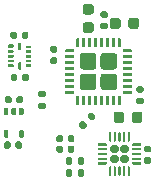
<source format=gbr>
%TF.GenerationSoftware,KiCad,Pcbnew,8.99.0-2608-ga0707285a1*%
%TF.CreationDate,2024-11-14T19:29:31-05:00*%
%TF.ProjectId,scampi,7363616d-7069-42e6-9b69-6361645f7063,rev?*%
%TF.SameCoordinates,Original*%
%TF.FileFunction,Paste,Top*%
%TF.FilePolarity,Positive*%
%FSLAX46Y46*%
G04 Gerber Fmt 4.6, Leading zero omitted, Abs format (unit mm)*
G04 Created by KiCad (PCBNEW 8.99.0-2608-ga0707285a1) date 2024-11-14 19:29:31*
%MOMM*%
%LPD*%
G01*
G04 APERTURE LIST*
G04 APERTURE END LIST*
G36*
G01*
X154370000Y-96480000D02*
X154030000Y-96480000D01*
G75*
G02*
X153890000Y-96340000I0J140000D01*
G01*
X153890000Y-96060000D01*
G75*
G02*
X154030000Y-95920000I140000J0D01*
G01*
X154370000Y-95920000D01*
G75*
G02*
X154510000Y-96060000I0J-140000D01*
G01*
X154510000Y-96340000D01*
G75*
G02*
X154370000Y-96480000I-140000J0D01*
G01*
G37*
G36*
G01*
X154370000Y-95520000D02*
X154030000Y-95520000D01*
G75*
G02*
X153890000Y-95380000I0J140000D01*
G01*
X153890000Y-95100000D01*
G75*
G02*
X154030000Y-94960000I140000J0D01*
G01*
X154370000Y-94960000D01*
G75*
G02*
X154510000Y-95100000I0J-140000D01*
G01*
X154510000Y-95380000D01*
G75*
G02*
X154370000Y-95520000I-140000J0D01*
G01*
G37*
G36*
G01*
X149095000Y-93305000D02*
X149095000Y-92395000D01*
G75*
G02*
X149345000Y-92145000I250000J0D01*
G01*
X150255000Y-92145000D01*
G75*
G02*
X150505000Y-92395000I0J-250000D01*
G01*
X150505000Y-93305000D01*
G75*
G02*
X150255000Y-93555000I-250000J0D01*
G01*
X149345000Y-93555000D01*
G75*
G02*
X149095000Y-93305000I0J250000D01*
G01*
G37*
G36*
G01*
X149095000Y-95055000D02*
X149095000Y-94145000D01*
G75*
G02*
X149345000Y-93895000I250000J0D01*
G01*
X150255000Y-93895000D01*
G75*
G02*
X150505000Y-94145000I0J-250000D01*
G01*
X150505000Y-95055000D01*
G75*
G02*
X150255000Y-95305000I-250000J0D01*
G01*
X149345000Y-95305000D01*
G75*
G02*
X149095000Y-95055000I0J250000D01*
G01*
G37*
G36*
G01*
X150845000Y-93305000D02*
X150845000Y-92395000D01*
G75*
G02*
X151095000Y-92145000I250000J0D01*
G01*
X152005000Y-92145000D01*
G75*
G02*
X152255000Y-92395000I0J-250000D01*
G01*
X152255000Y-93305000D01*
G75*
G02*
X152005000Y-93555000I-250000J0D01*
G01*
X151095000Y-93555000D01*
G75*
G02*
X150845000Y-93305000I0J250000D01*
G01*
G37*
G36*
G01*
X150845000Y-95055000D02*
X150845000Y-94145000D01*
G75*
G02*
X151095000Y-93895000I250000J0D01*
G01*
X152005000Y-93895000D01*
G75*
G02*
X152255000Y-94145000I0J-250000D01*
G01*
X152255000Y-95055000D01*
G75*
G02*
X152005000Y-95305000I-250000J0D01*
G01*
X151095000Y-95305000D01*
G75*
G02*
X150845000Y-95055000I0J250000D01*
G01*
G37*
G36*
G01*
X147825000Y-92037500D02*
X147825000Y-91912500D01*
G75*
G02*
X147887500Y-91850000I62500J0D01*
G01*
X148562500Y-91850000D01*
G75*
G02*
X148625000Y-91912500I0J-62500D01*
G01*
X148625000Y-92037500D01*
G75*
G02*
X148562500Y-92100000I-62500J0D01*
G01*
X147887500Y-92100000D01*
G75*
G02*
X147825000Y-92037500I0J62500D01*
G01*
G37*
G36*
G01*
X147825000Y-92537500D02*
X147825000Y-92412500D01*
G75*
G02*
X147887500Y-92350000I62500J0D01*
G01*
X148562500Y-92350000D01*
G75*
G02*
X148625000Y-92412500I0J-62500D01*
G01*
X148625000Y-92537500D01*
G75*
G02*
X148562500Y-92600000I-62500J0D01*
G01*
X147887500Y-92600000D01*
G75*
G02*
X147825000Y-92537500I0J62500D01*
G01*
G37*
G36*
G01*
X147825000Y-93037500D02*
X147825000Y-92912500D01*
G75*
G02*
X147887500Y-92850000I62500J0D01*
G01*
X148562500Y-92850000D01*
G75*
G02*
X148625000Y-92912500I0J-62500D01*
G01*
X148625000Y-93037500D01*
G75*
G02*
X148562500Y-93100000I-62500J0D01*
G01*
X147887500Y-93100000D01*
G75*
G02*
X147825000Y-93037500I0J62500D01*
G01*
G37*
G36*
G01*
X147825000Y-93537500D02*
X147825000Y-93412500D01*
G75*
G02*
X147887500Y-93350000I62500J0D01*
G01*
X148562500Y-93350000D01*
G75*
G02*
X148625000Y-93412500I0J-62500D01*
G01*
X148625000Y-93537500D01*
G75*
G02*
X148562500Y-93600000I-62500J0D01*
G01*
X147887500Y-93600000D01*
G75*
G02*
X147825000Y-93537500I0J62500D01*
G01*
G37*
G36*
G01*
X147825000Y-94037500D02*
X147825000Y-93912500D01*
G75*
G02*
X147887500Y-93850000I62500J0D01*
G01*
X148562500Y-93850000D01*
G75*
G02*
X148625000Y-93912500I0J-62500D01*
G01*
X148625000Y-94037500D01*
G75*
G02*
X148562500Y-94100000I-62500J0D01*
G01*
X147887500Y-94100000D01*
G75*
G02*
X147825000Y-94037500I0J62500D01*
G01*
G37*
G36*
G01*
X147825000Y-94537500D02*
X147825000Y-94412500D01*
G75*
G02*
X147887500Y-94350000I62500J0D01*
G01*
X148562500Y-94350000D01*
G75*
G02*
X148625000Y-94412500I0J-62500D01*
G01*
X148625000Y-94537500D01*
G75*
G02*
X148562500Y-94600000I-62500J0D01*
G01*
X147887500Y-94600000D01*
G75*
G02*
X147825000Y-94537500I0J62500D01*
G01*
G37*
G36*
G01*
X147825000Y-95037500D02*
X147825000Y-94912500D01*
G75*
G02*
X147887500Y-94850000I62500J0D01*
G01*
X148562500Y-94850000D01*
G75*
G02*
X148625000Y-94912500I0J-62500D01*
G01*
X148625000Y-95037500D01*
G75*
G02*
X148562500Y-95100000I-62500J0D01*
G01*
X147887500Y-95100000D01*
G75*
G02*
X147825000Y-95037500I0J62500D01*
G01*
G37*
G36*
G01*
X147825000Y-95537500D02*
X147825000Y-95412500D01*
G75*
G02*
X147887500Y-95350000I62500J0D01*
G01*
X148562500Y-95350000D01*
G75*
G02*
X148625000Y-95412500I0J-62500D01*
G01*
X148625000Y-95537500D01*
G75*
G02*
X148562500Y-95600000I-62500J0D01*
G01*
X147887500Y-95600000D01*
G75*
G02*
X147825000Y-95537500I0J62500D01*
G01*
G37*
G36*
G01*
X148800000Y-96512500D02*
X148800000Y-95837500D01*
G75*
G02*
X148862500Y-95775000I62500J0D01*
G01*
X148987500Y-95775000D01*
G75*
G02*
X149050000Y-95837500I0J-62500D01*
G01*
X149050000Y-96512500D01*
G75*
G02*
X148987500Y-96575000I-62500J0D01*
G01*
X148862500Y-96575000D01*
G75*
G02*
X148800000Y-96512500I0J62500D01*
G01*
G37*
G36*
G01*
X149300000Y-96512500D02*
X149300000Y-95837500D01*
G75*
G02*
X149362500Y-95775000I62500J0D01*
G01*
X149487500Y-95775000D01*
G75*
G02*
X149550000Y-95837500I0J-62500D01*
G01*
X149550000Y-96512500D01*
G75*
G02*
X149487500Y-96575000I-62500J0D01*
G01*
X149362500Y-96575000D01*
G75*
G02*
X149300000Y-96512500I0J62500D01*
G01*
G37*
G36*
G01*
X149800000Y-96512500D02*
X149800000Y-95837500D01*
G75*
G02*
X149862500Y-95775000I62500J0D01*
G01*
X149987500Y-95775000D01*
G75*
G02*
X150050000Y-95837500I0J-62500D01*
G01*
X150050000Y-96512500D01*
G75*
G02*
X149987500Y-96575000I-62500J0D01*
G01*
X149862500Y-96575000D01*
G75*
G02*
X149800000Y-96512500I0J62500D01*
G01*
G37*
G36*
G01*
X150300000Y-96512500D02*
X150300000Y-95837500D01*
G75*
G02*
X150362500Y-95775000I62500J0D01*
G01*
X150487500Y-95775000D01*
G75*
G02*
X150550000Y-95837500I0J-62500D01*
G01*
X150550000Y-96512500D01*
G75*
G02*
X150487500Y-96575000I-62500J0D01*
G01*
X150362500Y-96575000D01*
G75*
G02*
X150300000Y-96512500I0J62500D01*
G01*
G37*
G36*
G01*
X150800000Y-96512500D02*
X150800000Y-95837500D01*
G75*
G02*
X150862500Y-95775000I62500J0D01*
G01*
X150987500Y-95775000D01*
G75*
G02*
X151050000Y-95837500I0J-62500D01*
G01*
X151050000Y-96512500D01*
G75*
G02*
X150987500Y-96575000I-62500J0D01*
G01*
X150862500Y-96575000D01*
G75*
G02*
X150800000Y-96512500I0J62500D01*
G01*
G37*
G36*
G01*
X151300000Y-96512500D02*
X151300000Y-95837500D01*
G75*
G02*
X151362500Y-95775000I62500J0D01*
G01*
X151487500Y-95775000D01*
G75*
G02*
X151550000Y-95837500I0J-62500D01*
G01*
X151550000Y-96512500D01*
G75*
G02*
X151487500Y-96575000I-62500J0D01*
G01*
X151362500Y-96575000D01*
G75*
G02*
X151300000Y-96512500I0J62500D01*
G01*
G37*
G36*
G01*
X151800000Y-96512500D02*
X151800000Y-95837500D01*
G75*
G02*
X151862500Y-95775000I62500J0D01*
G01*
X151987500Y-95775000D01*
G75*
G02*
X152050000Y-95837500I0J-62500D01*
G01*
X152050000Y-96512500D01*
G75*
G02*
X151987500Y-96575000I-62500J0D01*
G01*
X151862500Y-96575000D01*
G75*
G02*
X151800000Y-96512500I0J62500D01*
G01*
G37*
G36*
G01*
X152300000Y-96512500D02*
X152300000Y-95837500D01*
G75*
G02*
X152362500Y-95775000I62500J0D01*
G01*
X152487500Y-95775000D01*
G75*
G02*
X152550000Y-95837500I0J-62500D01*
G01*
X152550000Y-96512500D01*
G75*
G02*
X152487500Y-96575000I-62500J0D01*
G01*
X152362500Y-96575000D01*
G75*
G02*
X152300000Y-96512500I0J62500D01*
G01*
G37*
G36*
G01*
X152725000Y-95537500D02*
X152725000Y-95412500D01*
G75*
G02*
X152787500Y-95350000I62500J0D01*
G01*
X153462500Y-95350000D01*
G75*
G02*
X153525000Y-95412500I0J-62500D01*
G01*
X153525000Y-95537500D01*
G75*
G02*
X153462500Y-95600000I-62500J0D01*
G01*
X152787500Y-95600000D01*
G75*
G02*
X152725000Y-95537500I0J62500D01*
G01*
G37*
G36*
G01*
X152725000Y-95037500D02*
X152725000Y-94912500D01*
G75*
G02*
X152787500Y-94850000I62500J0D01*
G01*
X153462500Y-94850000D01*
G75*
G02*
X153525000Y-94912500I0J-62500D01*
G01*
X153525000Y-95037500D01*
G75*
G02*
X153462500Y-95100000I-62500J0D01*
G01*
X152787500Y-95100000D01*
G75*
G02*
X152725000Y-95037500I0J62500D01*
G01*
G37*
G36*
G01*
X152725000Y-94537500D02*
X152725000Y-94412500D01*
G75*
G02*
X152787500Y-94350000I62500J0D01*
G01*
X153462500Y-94350000D01*
G75*
G02*
X153525000Y-94412500I0J-62500D01*
G01*
X153525000Y-94537500D01*
G75*
G02*
X153462500Y-94600000I-62500J0D01*
G01*
X152787500Y-94600000D01*
G75*
G02*
X152725000Y-94537500I0J62500D01*
G01*
G37*
G36*
G01*
X152725000Y-94037500D02*
X152725000Y-93912500D01*
G75*
G02*
X152787500Y-93850000I62500J0D01*
G01*
X153462500Y-93850000D01*
G75*
G02*
X153525000Y-93912500I0J-62500D01*
G01*
X153525000Y-94037500D01*
G75*
G02*
X153462500Y-94100000I-62500J0D01*
G01*
X152787500Y-94100000D01*
G75*
G02*
X152725000Y-94037500I0J62500D01*
G01*
G37*
G36*
G01*
X152725000Y-93537500D02*
X152725000Y-93412500D01*
G75*
G02*
X152787500Y-93350000I62500J0D01*
G01*
X153462500Y-93350000D01*
G75*
G02*
X153525000Y-93412500I0J-62500D01*
G01*
X153525000Y-93537500D01*
G75*
G02*
X153462500Y-93600000I-62500J0D01*
G01*
X152787500Y-93600000D01*
G75*
G02*
X152725000Y-93537500I0J62500D01*
G01*
G37*
G36*
G01*
X152725000Y-93037500D02*
X152725000Y-92912500D01*
G75*
G02*
X152787500Y-92850000I62500J0D01*
G01*
X153462500Y-92850000D01*
G75*
G02*
X153525000Y-92912500I0J-62500D01*
G01*
X153525000Y-93037500D01*
G75*
G02*
X153462500Y-93100000I-62500J0D01*
G01*
X152787500Y-93100000D01*
G75*
G02*
X152725000Y-93037500I0J62500D01*
G01*
G37*
G36*
G01*
X152725000Y-92537500D02*
X152725000Y-92412500D01*
G75*
G02*
X152787500Y-92350000I62500J0D01*
G01*
X153462500Y-92350000D01*
G75*
G02*
X153525000Y-92412500I0J-62500D01*
G01*
X153525000Y-92537500D01*
G75*
G02*
X153462500Y-92600000I-62500J0D01*
G01*
X152787500Y-92600000D01*
G75*
G02*
X152725000Y-92537500I0J62500D01*
G01*
G37*
G36*
G01*
X152725000Y-92037500D02*
X152725000Y-91912500D01*
G75*
G02*
X152787500Y-91850000I62500J0D01*
G01*
X153462500Y-91850000D01*
G75*
G02*
X153525000Y-91912500I0J-62500D01*
G01*
X153525000Y-92037500D01*
G75*
G02*
X153462500Y-92100000I-62500J0D01*
G01*
X152787500Y-92100000D01*
G75*
G02*
X152725000Y-92037500I0J62500D01*
G01*
G37*
G36*
G01*
X152300000Y-91612500D02*
X152300000Y-90937500D01*
G75*
G02*
X152362500Y-90875000I62500J0D01*
G01*
X152487500Y-90875000D01*
G75*
G02*
X152550000Y-90937500I0J-62500D01*
G01*
X152550000Y-91612500D01*
G75*
G02*
X152487500Y-91675000I-62500J0D01*
G01*
X152362500Y-91675000D01*
G75*
G02*
X152300000Y-91612500I0J62500D01*
G01*
G37*
G36*
G01*
X151800000Y-91612500D02*
X151800000Y-90937500D01*
G75*
G02*
X151862500Y-90875000I62500J0D01*
G01*
X151987500Y-90875000D01*
G75*
G02*
X152050000Y-90937500I0J-62500D01*
G01*
X152050000Y-91612500D01*
G75*
G02*
X151987500Y-91675000I-62500J0D01*
G01*
X151862500Y-91675000D01*
G75*
G02*
X151800000Y-91612500I0J62500D01*
G01*
G37*
G36*
G01*
X151300000Y-91612500D02*
X151300000Y-90937500D01*
G75*
G02*
X151362500Y-90875000I62500J0D01*
G01*
X151487500Y-90875000D01*
G75*
G02*
X151550000Y-90937500I0J-62500D01*
G01*
X151550000Y-91612500D01*
G75*
G02*
X151487500Y-91675000I-62500J0D01*
G01*
X151362500Y-91675000D01*
G75*
G02*
X151300000Y-91612500I0J62500D01*
G01*
G37*
G36*
G01*
X150800000Y-91612500D02*
X150800000Y-90937500D01*
G75*
G02*
X150862500Y-90875000I62500J0D01*
G01*
X150987500Y-90875000D01*
G75*
G02*
X151050000Y-90937500I0J-62500D01*
G01*
X151050000Y-91612500D01*
G75*
G02*
X150987500Y-91675000I-62500J0D01*
G01*
X150862500Y-91675000D01*
G75*
G02*
X150800000Y-91612500I0J62500D01*
G01*
G37*
G36*
G01*
X150300000Y-91612500D02*
X150300000Y-90937500D01*
G75*
G02*
X150362500Y-90875000I62500J0D01*
G01*
X150487500Y-90875000D01*
G75*
G02*
X150550000Y-90937500I0J-62500D01*
G01*
X150550000Y-91612500D01*
G75*
G02*
X150487500Y-91675000I-62500J0D01*
G01*
X150362500Y-91675000D01*
G75*
G02*
X150300000Y-91612500I0J62500D01*
G01*
G37*
G36*
G01*
X149800000Y-91612500D02*
X149800000Y-90937500D01*
G75*
G02*
X149862500Y-90875000I62500J0D01*
G01*
X149987500Y-90875000D01*
G75*
G02*
X150050000Y-90937500I0J-62500D01*
G01*
X150050000Y-91612500D01*
G75*
G02*
X149987500Y-91675000I-62500J0D01*
G01*
X149862500Y-91675000D01*
G75*
G02*
X149800000Y-91612500I0J62500D01*
G01*
G37*
G36*
G01*
X149300000Y-91612500D02*
X149300000Y-90937500D01*
G75*
G02*
X149362500Y-90875000I62500J0D01*
G01*
X149487500Y-90875000D01*
G75*
G02*
X149550000Y-90937500I0J-62500D01*
G01*
X149550000Y-91612500D01*
G75*
G02*
X149487500Y-91675000I-62500J0D01*
G01*
X149362500Y-91675000D01*
G75*
G02*
X149300000Y-91612500I0J62500D01*
G01*
G37*
G36*
G01*
X148800000Y-91612500D02*
X148800000Y-90937500D01*
G75*
G02*
X148862500Y-90875000I62500J0D01*
G01*
X148987500Y-90875000D01*
G75*
G02*
X149050000Y-90937500I0J-62500D01*
G01*
X149050000Y-91612500D01*
G75*
G02*
X148987500Y-91675000I-62500J0D01*
G01*
X148862500Y-91675000D01*
G75*
G02*
X148800000Y-91612500I0J62500D01*
G01*
G37*
G36*
G01*
X149289896Y-98571733D02*
X149028267Y-98310104D01*
G75*
G02*
X149028267Y-98119186I95459J95459D01*
G01*
X149219186Y-97928267D01*
G75*
G02*
X149410104Y-97928267I95459J-95459D01*
G01*
X149671733Y-98189896D01*
G75*
G02*
X149671733Y-98380814I-95459J-95459D01*
G01*
X149480814Y-98571733D01*
G75*
G02*
X149289896Y-98571733I-95459J95459D01*
G01*
G37*
G36*
G01*
X150011144Y-97850485D02*
X149749515Y-97588856D01*
G75*
G02*
X149749515Y-97397938I95459J95459D01*
G01*
X149940434Y-97207019D01*
G75*
G02*
X150131352Y-97207019I95459J-95459D01*
G01*
X150392981Y-97468648D01*
G75*
G02*
X150392981Y-97659566I-95459J-95459D01*
G01*
X150202062Y-97850485D01*
G75*
G02*
X150011144Y-97850485I-95459J95459D01*
G01*
G37*
G36*
G01*
X147910000Y-102485000D02*
X147910000Y-102115000D01*
G75*
G02*
X148045000Y-101980000I135000J0D01*
G01*
X148315000Y-101980000D01*
G75*
G02*
X148450000Y-102115000I0J-135000D01*
G01*
X148450000Y-102485000D01*
G75*
G02*
X148315000Y-102620000I-135000J0D01*
G01*
X148045000Y-102620000D01*
G75*
G02*
X147910000Y-102485000I0J135000D01*
G01*
G37*
G36*
G01*
X148930000Y-102485000D02*
X148930000Y-102115000D01*
G75*
G02*
X149065000Y-101980000I135000J0D01*
G01*
X149335000Y-101980000D01*
G75*
G02*
X149470000Y-102115000I0J-135000D01*
G01*
X149470000Y-102485000D01*
G75*
G02*
X149335000Y-102620000I-135000J0D01*
G01*
X149065000Y-102620000D01*
G75*
G02*
X148930000Y-102485000I0J135000D01*
G01*
G37*
G36*
G01*
X151650000Y-89900000D02*
X151650000Y-89400000D01*
G75*
G02*
X151875000Y-89175000I225000J0D01*
G01*
X152325000Y-89175000D01*
G75*
G02*
X152550000Y-89400000I0J-225000D01*
G01*
X152550000Y-89900000D01*
G75*
G02*
X152325000Y-90125000I-225000J0D01*
G01*
X151875000Y-90125000D01*
G75*
G02*
X151650000Y-89900000I0J225000D01*
G01*
G37*
G36*
G01*
X153200000Y-89900000D02*
X153200000Y-89400000D01*
G75*
G02*
X153425000Y-89175000I225000J0D01*
G01*
X153875000Y-89175000D01*
G75*
G02*
X154100000Y-89400000I0J-225000D01*
G01*
X154100000Y-89900000D01*
G75*
G02*
X153875000Y-90125000I-225000J0D01*
G01*
X153425000Y-90125000D01*
G75*
G02*
X153200000Y-89900000I0J225000D01*
G01*
G37*
G36*
G01*
X153220000Y-100952500D02*
X153220000Y-101297500D01*
G75*
G02*
X153047500Y-101470000I-172500J0D01*
G01*
X152702500Y-101470000D01*
G75*
G02*
X152530000Y-101297500I0J172500D01*
G01*
X152530000Y-100952500D01*
G75*
G02*
X152702500Y-100780000I172500J0D01*
G01*
X153047500Y-100780000D01*
G75*
G02*
X153220000Y-100952500I0J-172500D01*
G01*
G37*
G36*
G01*
X153220000Y-100102500D02*
X153220000Y-100447500D01*
G75*
G02*
X153047500Y-100620000I-172500J0D01*
G01*
X152702500Y-100620000D01*
G75*
G02*
X152530000Y-100447500I0J172500D01*
G01*
X152530000Y-100102500D01*
G75*
G02*
X152702500Y-99930000I172500J0D01*
G01*
X153047500Y-99930000D01*
G75*
G02*
X153220000Y-100102500I0J-172500D01*
G01*
G37*
G36*
G01*
X152370000Y-100952500D02*
X152370000Y-101297500D01*
G75*
G02*
X152197500Y-101470000I-172500J0D01*
G01*
X151852500Y-101470000D01*
G75*
G02*
X151680000Y-101297500I0J172500D01*
G01*
X151680000Y-100952500D01*
G75*
G02*
X151852500Y-100780000I172500J0D01*
G01*
X152197500Y-100780000D01*
G75*
G02*
X152370000Y-100952500I0J-172500D01*
G01*
G37*
G36*
G01*
X152370000Y-100102500D02*
X152370000Y-100447500D01*
G75*
G02*
X152197500Y-100620000I-172500J0D01*
G01*
X151852500Y-100620000D01*
G75*
G02*
X151680000Y-100447500I0J172500D01*
G01*
X151680000Y-100102500D01*
G75*
G02*
X151852500Y-99930000I172500J0D01*
G01*
X152197500Y-99930000D01*
G75*
G02*
X152370000Y-100102500I0J-172500D01*
G01*
G37*
G36*
X153565356Y-101585355D02*
G01*
X153514645Y-101534644D01*
X153500000Y-101499289D01*
X153500000Y-101450000D01*
X153514645Y-101414645D01*
X153550000Y-101400000D01*
X154250000Y-101400000D01*
X154285355Y-101414645D01*
X154300000Y-101450000D01*
X154300000Y-101550000D01*
X154285355Y-101585355D01*
X154250000Y-101600000D01*
X153600711Y-101600000D01*
X153565356Y-101585355D01*
G37*
G36*
G01*
X154300000Y-101050000D02*
X154300000Y-101150000D01*
G75*
G02*
X154250000Y-101200000I-50000J0D01*
G01*
X153550000Y-101200000D01*
G75*
G02*
X153500000Y-101150000I0J50000D01*
G01*
X153500000Y-101050000D01*
G75*
G02*
X153550000Y-101000000I50000J0D01*
G01*
X154250000Y-101000000D01*
G75*
G02*
X154300000Y-101050000I0J-50000D01*
G01*
G37*
G36*
G01*
X154300000Y-100650000D02*
X154300000Y-100750000D01*
G75*
G02*
X154250000Y-100800000I-50000J0D01*
G01*
X153550000Y-100800000D01*
G75*
G02*
X153500000Y-100750000I0J50000D01*
G01*
X153500000Y-100650000D01*
G75*
G02*
X153550000Y-100600000I50000J0D01*
G01*
X154250000Y-100600000D01*
G75*
G02*
X154300000Y-100650000I0J-50000D01*
G01*
G37*
G36*
G01*
X154300000Y-100250000D02*
X154300000Y-100350000D01*
G75*
G02*
X154250000Y-100400000I-50000J0D01*
G01*
X153550000Y-100400000D01*
G75*
G02*
X153500000Y-100350000I0J50000D01*
G01*
X153500000Y-100250000D01*
G75*
G02*
X153550000Y-100200000I50000J0D01*
G01*
X154250000Y-100200000D01*
G75*
G02*
X154300000Y-100250000I0J-50000D01*
G01*
G37*
G36*
X153514645Y-99985355D02*
G01*
X153500000Y-99950000D01*
X153500000Y-99900711D01*
X153514645Y-99865356D01*
X153565356Y-99814645D01*
X153600711Y-99800000D01*
X154250000Y-99800000D01*
X154285355Y-99814645D01*
X154300000Y-99850000D01*
X154300000Y-99950000D01*
X154285355Y-99985355D01*
X154250000Y-100000000D01*
X153550000Y-100000000D01*
X153514645Y-99985355D01*
G37*
G36*
X153164645Y-99635355D02*
G01*
X153150000Y-99600000D01*
X153150000Y-98900000D01*
X153164645Y-98864645D01*
X153200000Y-98850000D01*
X153300000Y-98850000D01*
X153335355Y-98864645D01*
X153350000Y-98900000D01*
X153350000Y-99549289D01*
X153335355Y-99584644D01*
X153284644Y-99635355D01*
X153249289Y-99650000D01*
X153200000Y-99650000D01*
X153164645Y-99635355D01*
G37*
G36*
G01*
X152950000Y-98900000D02*
X152950000Y-99600000D01*
G75*
G02*
X152900000Y-99650000I-50000J0D01*
G01*
X152800000Y-99650000D01*
G75*
G02*
X152750000Y-99600000I0J50000D01*
G01*
X152750000Y-98900000D01*
G75*
G02*
X152800000Y-98850000I50000J0D01*
G01*
X152900000Y-98850000D01*
G75*
G02*
X152950000Y-98900000I0J-50000D01*
G01*
G37*
G36*
G01*
X152550000Y-98900000D02*
X152550000Y-99600000D01*
G75*
G02*
X152500000Y-99650000I-50000J0D01*
G01*
X152400000Y-99650000D01*
G75*
G02*
X152350000Y-99600000I0J50000D01*
G01*
X152350000Y-98900000D01*
G75*
G02*
X152400000Y-98850000I50000J0D01*
G01*
X152500000Y-98850000D01*
G75*
G02*
X152550000Y-98900000I0J-50000D01*
G01*
G37*
G36*
G01*
X152150000Y-98900000D02*
X152150000Y-99600000D01*
G75*
G02*
X152100000Y-99650000I-50000J0D01*
G01*
X152000000Y-99650000D01*
G75*
G02*
X151950000Y-99600000I0J50000D01*
G01*
X151950000Y-98900000D01*
G75*
G02*
X152000000Y-98850000I50000J0D01*
G01*
X152100000Y-98850000D01*
G75*
G02*
X152150000Y-98900000I0J-50000D01*
G01*
G37*
G36*
X151615356Y-99635355D02*
G01*
X151564645Y-99584644D01*
X151550000Y-99549289D01*
X151550000Y-98900000D01*
X151564645Y-98864645D01*
X151600000Y-98850000D01*
X151700000Y-98850000D01*
X151735355Y-98864645D01*
X151750000Y-98900000D01*
X151750000Y-99600000D01*
X151735355Y-99635355D01*
X151700000Y-99650000D01*
X151650711Y-99650000D01*
X151615356Y-99635355D01*
G37*
G36*
X150614645Y-99985355D02*
G01*
X150600000Y-99950000D01*
X150600000Y-99850000D01*
X150614645Y-99814645D01*
X150650000Y-99800000D01*
X151299289Y-99800000D01*
X151334644Y-99814645D01*
X151385355Y-99865356D01*
X151400000Y-99900711D01*
X151400000Y-99950000D01*
X151385355Y-99985355D01*
X151350000Y-100000000D01*
X150650000Y-100000000D01*
X150614645Y-99985355D01*
G37*
G36*
G01*
X151400000Y-100250000D02*
X151400000Y-100350000D01*
G75*
G02*
X151350000Y-100400000I-50000J0D01*
G01*
X150650000Y-100400000D01*
G75*
G02*
X150600000Y-100350000I0J50000D01*
G01*
X150600000Y-100250000D01*
G75*
G02*
X150650000Y-100200000I50000J0D01*
G01*
X151350000Y-100200000D01*
G75*
G02*
X151400000Y-100250000I0J-50000D01*
G01*
G37*
G36*
G01*
X151400000Y-100650000D02*
X151400000Y-100750000D01*
G75*
G02*
X151350000Y-100800000I-50000J0D01*
G01*
X150650000Y-100800000D01*
G75*
G02*
X150600000Y-100750000I0J50000D01*
G01*
X150600000Y-100650000D01*
G75*
G02*
X150650000Y-100600000I50000J0D01*
G01*
X151350000Y-100600000D01*
G75*
G02*
X151400000Y-100650000I0J-50000D01*
G01*
G37*
G36*
G01*
X151400000Y-101050000D02*
X151400000Y-101150000D01*
G75*
G02*
X151350000Y-101200000I-50000J0D01*
G01*
X150650000Y-101200000D01*
G75*
G02*
X150600000Y-101150000I0J50000D01*
G01*
X150600000Y-101050000D01*
G75*
G02*
X150650000Y-101000000I50000J0D01*
G01*
X151350000Y-101000000D01*
G75*
G02*
X151400000Y-101050000I0J-50000D01*
G01*
G37*
G36*
X150614645Y-101585355D02*
G01*
X150600000Y-101550000D01*
X150600000Y-101450000D01*
X150614645Y-101414645D01*
X150650000Y-101400000D01*
X151350000Y-101400000D01*
X151385355Y-101414645D01*
X151400000Y-101450000D01*
X151400000Y-101499289D01*
X151385355Y-101534644D01*
X151334644Y-101585355D01*
X151299289Y-101600000D01*
X150650000Y-101600000D01*
X150614645Y-101585355D01*
G37*
G36*
X151564645Y-102535355D02*
G01*
X151550000Y-102500000D01*
X151550000Y-101850711D01*
X151564645Y-101815356D01*
X151615356Y-101764645D01*
X151650711Y-101750000D01*
X151700000Y-101750000D01*
X151735355Y-101764645D01*
X151750000Y-101800000D01*
X151750000Y-102500000D01*
X151735355Y-102535355D01*
X151700000Y-102550000D01*
X151600000Y-102550000D01*
X151564645Y-102535355D01*
G37*
G36*
G01*
X152150000Y-101800000D02*
X152150000Y-102500000D01*
G75*
G02*
X152100000Y-102550000I-50000J0D01*
G01*
X152000000Y-102550000D01*
G75*
G02*
X151950000Y-102500000I0J50000D01*
G01*
X151950000Y-101800000D01*
G75*
G02*
X152000000Y-101750000I50000J0D01*
G01*
X152100000Y-101750000D01*
G75*
G02*
X152150000Y-101800000I0J-50000D01*
G01*
G37*
G36*
G01*
X152550000Y-101800000D02*
X152550000Y-102500000D01*
G75*
G02*
X152500000Y-102550000I-50000J0D01*
G01*
X152400000Y-102550000D01*
G75*
G02*
X152350000Y-102500000I0J50000D01*
G01*
X152350000Y-101800000D01*
G75*
G02*
X152400000Y-101750000I50000J0D01*
G01*
X152500000Y-101750000D01*
G75*
G02*
X152550000Y-101800000I0J-50000D01*
G01*
G37*
G36*
G01*
X152950000Y-101800000D02*
X152950000Y-102500000D01*
G75*
G02*
X152900000Y-102550000I-50000J0D01*
G01*
X152800000Y-102550000D01*
G75*
G02*
X152750000Y-102500000I0J50000D01*
G01*
X152750000Y-101800000D01*
G75*
G02*
X152800000Y-101750000I50000J0D01*
G01*
X152900000Y-101750000D01*
G75*
G02*
X152950000Y-101800000I0J-50000D01*
G01*
G37*
G36*
X153164645Y-102535355D02*
G01*
X153150000Y-102500000D01*
X153150000Y-101800000D01*
X153164645Y-101764645D01*
X153200000Y-101750000D01*
X153249289Y-101750000D01*
X153284644Y-101764645D01*
X153335355Y-101815356D01*
X153350000Y-101850711D01*
X153350000Y-102500000D01*
X153335355Y-102535355D01*
X153300000Y-102550000D01*
X153200000Y-102550000D01*
X153164645Y-102535355D01*
G37*
G36*
G01*
X151320000Y-90140000D02*
X150980000Y-90140000D01*
G75*
G02*
X150840000Y-90000000I0J140000D01*
G01*
X150840000Y-89720000D01*
G75*
G02*
X150980000Y-89580000I140000J0D01*
G01*
X151320000Y-89580000D01*
G75*
G02*
X151460000Y-89720000I0J-140000D01*
G01*
X151460000Y-90000000D01*
G75*
G02*
X151320000Y-90140000I-140000J0D01*
G01*
G37*
G36*
G01*
X151320000Y-89180000D02*
X150980000Y-89180000D01*
G75*
G02*
X150840000Y-89040000I0J140000D01*
G01*
X150840000Y-88760000D01*
G75*
G02*
X150980000Y-88620000I140000J0D01*
G01*
X151320000Y-88620000D01*
G75*
G02*
X151460000Y-88760000I0J-140000D01*
G01*
X151460000Y-89040000D01*
G75*
G02*
X151320000Y-89180000I-140000J0D01*
G01*
G37*
G36*
G01*
X143217872Y-90819926D02*
X143217872Y-90479926D01*
G75*
G02*
X143357872Y-90339926I140000J0D01*
G01*
X143637872Y-90339926D01*
G75*
G02*
X143777872Y-90479926I0J-140000D01*
G01*
X143777872Y-90819926D01*
G75*
G02*
X143637872Y-90959926I-140000J0D01*
G01*
X143357872Y-90959926D01*
G75*
G02*
X143217872Y-90819926I0J140000D01*
G01*
G37*
G36*
G01*
X144177872Y-90819926D02*
X144177872Y-90479926D01*
G75*
G02*
X144317872Y-90339926I140000J0D01*
G01*
X144597872Y-90339926D01*
G75*
G02*
X144737872Y-90479926I0J-140000D01*
G01*
X144737872Y-90819926D01*
G75*
G02*
X144597872Y-90959926I-140000J0D01*
G01*
X144317872Y-90959926D01*
G75*
G02*
X144177872Y-90819926I0J140000D01*
G01*
G37*
G36*
G01*
X147053802Y-93080000D02*
X146713802Y-93080000D01*
G75*
G02*
X146573802Y-92940000I0J140000D01*
G01*
X146573802Y-92660000D01*
G75*
G02*
X146713802Y-92520000I140000J0D01*
G01*
X147053802Y-92520000D01*
G75*
G02*
X147193802Y-92660000I0J-140000D01*
G01*
X147193802Y-92940000D01*
G75*
G02*
X147053802Y-93080000I-140000J0D01*
G01*
G37*
G36*
G01*
X147053802Y-92120000D02*
X146713802Y-92120000D01*
G75*
G02*
X146573802Y-91980000I0J140000D01*
G01*
X146573802Y-91700000D01*
G75*
G02*
X146713802Y-91560000I140000J0D01*
G01*
X147053802Y-91560000D01*
G75*
G02*
X147193802Y-91700000I0J-140000D01*
G01*
X147193802Y-91980000D01*
G75*
G02*
X147053802Y-92120000I-140000J0D01*
G01*
G37*
G36*
G01*
X144050000Y-96775000D02*
X144250000Y-96775000D01*
G75*
G02*
X144350000Y-96875000I0J-100000D01*
G01*
X144350000Y-97325000D01*
G75*
G02*
X144250000Y-97425000I-100000J0D01*
G01*
X144050000Y-97425000D01*
G75*
G02*
X143950000Y-97325000I0J100000D01*
G01*
X143950000Y-96875000D01*
G75*
G02*
X144050000Y-96775000I100000J0D01*
G01*
G37*
G36*
G01*
X143400000Y-96775000D02*
X143600000Y-96775000D01*
G75*
G02*
X143700000Y-96875000I0J-100000D01*
G01*
X143700000Y-97325000D01*
G75*
G02*
X143600000Y-97425000I-100000J0D01*
G01*
X143400000Y-97425000D01*
G75*
G02*
X143300000Y-97325000I0J100000D01*
G01*
X143300000Y-96875000D01*
G75*
G02*
X143400000Y-96775000I100000J0D01*
G01*
G37*
G36*
G01*
X142750000Y-96775000D02*
X142950000Y-96775000D01*
G75*
G02*
X143050000Y-96875000I0J-100000D01*
G01*
X143050000Y-97325000D01*
G75*
G02*
X142950000Y-97425000I-100000J0D01*
G01*
X142750000Y-97425000D01*
G75*
G02*
X142650000Y-97325000I0J100000D01*
G01*
X142650000Y-96875000D01*
G75*
G02*
X142750000Y-96775000I100000J0D01*
G01*
G37*
G36*
G01*
X142750000Y-98675000D02*
X142950000Y-98675000D01*
G75*
G02*
X143050000Y-98775000I0J-100000D01*
G01*
X143050000Y-99225000D01*
G75*
G02*
X142950000Y-99325000I-100000J0D01*
G01*
X142750000Y-99325000D01*
G75*
G02*
X142650000Y-99225000I0J100000D01*
G01*
X142650000Y-98775000D01*
G75*
G02*
X142750000Y-98675000I100000J0D01*
G01*
G37*
G36*
G01*
X144050000Y-98675000D02*
X144250000Y-98675000D01*
G75*
G02*
X144350000Y-98775000I0J-100000D01*
G01*
X144350000Y-99225000D01*
G75*
G02*
X144250000Y-99325000I-100000J0D01*
G01*
X144050000Y-99325000D01*
G75*
G02*
X143950000Y-99225000I0J100000D01*
G01*
X143950000Y-98775000D01*
G75*
G02*
X144050000Y-98675000I100000J0D01*
G01*
G37*
G36*
G01*
X146095106Y-96912483D02*
X145725106Y-96912483D01*
G75*
G02*
X145590106Y-96777483I0J135000D01*
G01*
X145590106Y-96507483D01*
G75*
G02*
X145725106Y-96372483I135000J0D01*
G01*
X146095106Y-96372483D01*
G75*
G02*
X146230106Y-96507483I0J-135000D01*
G01*
X146230106Y-96777483D01*
G75*
G02*
X146095106Y-96912483I-135000J0D01*
G01*
G37*
G36*
G01*
X146095106Y-95892483D02*
X145725106Y-95892483D01*
G75*
G02*
X145590106Y-95757483I0J135000D01*
G01*
X145590106Y-95487483D01*
G75*
G02*
X145725106Y-95352483I135000J0D01*
G01*
X146095106Y-95352483D01*
G75*
G02*
X146230106Y-95487483I0J-135000D01*
G01*
X146230106Y-95757483D01*
G75*
G02*
X146095106Y-95892483I-135000J0D01*
G01*
G37*
G36*
G01*
X147910000Y-101485000D02*
X147910000Y-101115000D01*
G75*
G02*
X148045000Y-100980000I135000J0D01*
G01*
X148315000Y-100980000D01*
G75*
G02*
X148450000Y-101115000I0J-135000D01*
G01*
X148450000Y-101485000D01*
G75*
G02*
X148315000Y-101620000I-135000J0D01*
G01*
X148045000Y-101620000D01*
G75*
G02*
X147910000Y-101485000I0J135000D01*
G01*
G37*
G36*
G01*
X148930000Y-101485000D02*
X148930000Y-101115000D01*
G75*
G02*
X149065000Y-100980000I135000J0D01*
G01*
X149335000Y-100980000D01*
G75*
G02*
X149470000Y-101115000I0J-135000D01*
G01*
X149470000Y-101485000D01*
G75*
G02*
X149335000Y-101620000I-135000J0D01*
G01*
X149065000Y-101620000D01*
G75*
G02*
X148930000Y-101485000I0J135000D01*
G01*
G37*
G36*
G01*
X150050000Y-90450000D02*
X149550000Y-90450000D01*
G75*
G02*
X149325000Y-90225000I0J225000D01*
G01*
X149325000Y-89775000D01*
G75*
G02*
X149550000Y-89550000I225000J0D01*
G01*
X150050000Y-89550000D01*
G75*
G02*
X150275000Y-89775000I0J-225000D01*
G01*
X150275000Y-90225000D01*
G75*
G02*
X150050000Y-90450000I-225000J0D01*
G01*
G37*
G36*
G01*
X150050000Y-88900000D02*
X149550000Y-88900000D01*
G75*
G02*
X149325000Y-88675000I0J225000D01*
G01*
X149325000Y-88225000D01*
G75*
G02*
X149550000Y-88000000I225000J0D01*
G01*
X150050000Y-88000000D01*
G75*
G02*
X150275000Y-88225000I0J-225000D01*
G01*
X150275000Y-88675000D01*
G75*
G02*
X150050000Y-88900000I-225000J0D01*
G01*
G37*
G36*
G01*
X154400000Y-97350000D02*
X154400000Y-97850000D01*
G75*
G02*
X154175000Y-98075000I-225000J0D01*
G01*
X153725000Y-98075000D01*
G75*
G02*
X153500000Y-97850000I0J225000D01*
G01*
X153500000Y-97350000D01*
G75*
G02*
X153725000Y-97125000I225000J0D01*
G01*
X154175000Y-97125000D01*
G75*
G02*
X154400000Y-97350000I0J-225000D01*
G01*
G37*
G36*
G01*
X152850000Y-97350000D02*
X152850000Y-97850000D01*
G75*
G02*
X152625000Y-98075000I-225000J0D01*
G01*
X152175000Y-98075000D01*
G75*
G02*
X151950000Y-97850000I0J225000D01*
G01*
X151950000Y-97350000D01*
G75*
G02*
X152175000Y-97125000I225000J0D01*
G01*
X152625000Y-97125000D01*
G75*
G02*
X152850000Y-97350000I0J-225000D01*
G01*
G37*
G36*
G01*
X154680000Y-100009348D02*
X155020000Y-100009348D01*
G75*
G02*
X155160000Y-100149348I0J-140000D01*
G01*
X155160000Y-100429348D01*
G75*
G02*
X155020000Y-100569348I-140000J0D01*
G01*
X154680000Y-100569348D01*
G75*
G02*
X154540000Y-100429348I0J140000D01*
G01*
X154540000Y-100149348D01*
G75*
G02*
X154680000Y-100009348I140000J0D01*
G01*
G37*
G36*
G01*
X154680000Y-100969348D02*
X155020000Y-100969348D01*
G75*
G02*
X155160000Y-101109348I0J-140000D01*
G01*
X155160000Y-101389348D01*
G75*
G02*
X155020000Y-101529348I-140000J0D01*
G01*
X154680000Y-101529348D01*
G75*
G02*
X154540000Y-101389348I0J140000D01*
G01*
X154540000Y-101109348D01*
G75*
G02*
X154680000Y-100969348I140000J0D01*
G01*
G37*
G36*
G01*
X144288053Y-95937578D02*
X144288053Y-96277578D01*
G75*
G02*
X144148053Y-96417578I-140000J0D01*
G01*
X143868053Y-96417578D01*
G75*
G02*
X143728053Y-96277578I0J140000D01*
G01*
X143728053Y-95937578D01*
G75*
G02*
X143868053Y-95797578I140000J0D01*
G01*
X144148053Y-95797578D01*
G75*
G02*
X144288053Y-95937578I0J-140000D01*
G01*
G37*
G36*
G01*
X143328053Y-95937578D02*
X143328053Y-96277578D01*
G75*
G02*
X143188053Y-96417578I-140000J0D01*
G01*
X142908053Y-96417578D01*
G75*
G02*
X142768053Y-96277578I0J140000D01*
G01*
X142768053Y-95937578D01*
G75*
G02*
X142908053Y-95797578I140000J0D01*
G01*
X143188053Y-95797578D01*
G75*
G02*
X143328053Y-95937578I0J-140000D01*
G01*
G37*
G36*
G01*
X148630000Y-100130000D02*
X148630000Y-100470000D01*
G75*
G02*
X148490000Y-100610000I-140000J0D01*
G01*
X148210000Y-100610000D01*
G75*
G02*
X148070000Y-100470000I0J140000D01*
G01*
X148070000Y-100130000D01*
G75*
G02*
X148210000Y-99990000I140000J0D01*
G01*
X148490000Y-99990000D01*
G75*
G02*
X148630000Y-100130000I0J-140000D01*
G01*
G37*
G36*
G01*
X147670000Y-100130000D02*
X147670000Y-100470000D01*
G75*
G02*
X147530000Y-100610000I-140000J0D01*
G01*
X147250000Y-100610000D01*
G75*
G02*
X147110000Y-100470000I0J140000D01*
G01*
X147110000Y-100130000D01*
G75*
G02*
X147250000Y-99990000I140000J0D01*
G01*
X147530000Y-99990000D01*
G75*
G02*
X147670000Y-100130000I0J-140000D01*
G01*
G37*
G36*
G01*
X148640000Y-99230000D02*
X148640000Y-99570000D01*
G75*
G02*
X148500000Y-99710000I-140000J0D01*
G01*
X148220000Y-99710000D01*
G75*
G02*
X148080000Y-99570000I0J140000D01*
G01*
X148080000Y-99230000D01*
G75*
G02*
X148220000Y-99090000I140000J0D01*
G01*
X148500000Y-99090000D01*
G75*
G02*
X148640000Y-99230000I0J-140000D01*
G01*
G37*
G36*
G01*
X147680000Y-99230000D02*
X147680000Y-99570000D01*
G75*
G02*
X147540000Y-99710000I-140000J0D01*
G01*
X147260000Y-99710000D01*
G75*
G02*
X147120000Y-99570000I0J140000D01*
G01*
X147120000Y-99230000D01*
G75*
G02*
X147260000Y-99090000I140000J0D01*
G01*
X147540000Y-99090000D01*
G75*
G02*
X147680000Y-99230000I0J-140000D01*
G01*
G37*
G36*
G01*
X143241078Y-94388471D02*
X143241078Y-94048471D01*
G75*
G02*
X143381078Y-93908471I140000J0D01*
G01*
X143661078Y-93908471D01*
G75*
G02*
X143801078Y-94048471I0J-140000D01*
G01*
X143801078Y-94388471D01*
G75*
G02*
X143661078Y-94528471I-140000J0D01*
G01*
X143381078Y-94528471D01*
G75*
G02*
X143241078Y-94388471I0J140000D01*
G01*
G37*
G36*
G01*
X144201078Y-94388471D02*
X144201078Y-94048471D01*
G75*
G02*
X144341078Y-93908471I140000J0D01*
G01*
X144621078Y-93908471D01*
G75*
G02*
X144761078Y-94048471I0J-140000D01*
G01*
X144761078Y-94388471D01*
G75*
G02*
X144621078Y-94528471I-140000J0D01*
G01*
X144341078Y-94528471D01*
G75*
G02*
X144201078Y-94388471I0J140000D01*
G01*
G37*
G36*
G01*
X144205000Y-99780000D02*
X144205000Y-100120000D01*
G75*
G02*
X144065000Y-100260000I-140000J0D01*
G01*
X143785000Y-100260000D01*
G75*
G02*
X143645000Y-100120000I0J140000D01*
G01*
X143645000Y-99780000D01*
G75*
G02*
X143785000Y-99640000I140000J0D01*
G01*
X144065000Y-99640000D01*
G75*
G02*
X144205000Y-99780000I0J-140000D01*
G01*
G37*
G36*
G01*
X143245000Y-99780000D02*
X143245000Y-100120000D01*
G75*
G02*
X143105000Y-100260000I-140000J0D01*
G01*
X142825000Y-100260000D01*
G75*
G02*
X142685000Y-100120000I0J140000D01*
G01*
X142685000Y-99780000D01*
G75*
G02*
X142825000Y-99640000I140000J0D01*
G01*
X143105000Y-99640000D01*
G75*
G02*
X143245000Y-99780000I0J-140000D01*
G01*
G37*
G36*
G01*
X143420000Y-91735000D02*
X143080000Y-91735000D01*
G75*
G02*
X143000000Y-91655000I0J80000D01*
G01*
X143000000Y-91495000D01*
G75*
G02*
X143080000Y-91415000I80000J0D01*
G01*
X143420000Y-91415000D01*
G75*
G02*
X143500000Y-91495000I0J-80000D01*
G01*
X143500000Y-91655000D01*
G75*
G02*
X143420000Y-91735000I-80000J0D01*
G01*
G37*
G36*
G01*
X143445000Y-92135000D02*
X143055000Y-92135000D01*
G75*
G02*
X143000000Y-92080000I0J55000D01*
G01*
X143000000Y-91970000D01*
G75*
G02*
X143055000Y-91915000I55000J0D01*
G01*
X143445000Y-91915000D01*
G75*
G02*
X143500000Y-91970000I0J-55000D01*
G01*
X143500000Y-92080000D01*
G75*
G02*
X143445000Y-92135000I-55000J0D01*
G01*
G37*
G36*
G01*
X143445000Y-92535000D02*
X143055000Y-92535000D01*
G75*
G02*
X143000000Y-92480000I0J55000D01*
G01*
X143000000Y-92370000D01*
G75*
G02*
X143055000Y-92315000I55000J0D01*
G01*
X143445000Y-92315000D01*
G75*
G02*
X143500000Y-92370000I0J-55000D01*
G01*
X143500000Y-92480000D01*
G75*
G02*
X143445000Y-92535000I-55000J0D01*
G01*
G37*
G36*
G01*
X143445000Y-92935000D02*
X143055000Y-92935000D01*
G75*
G02*
X143000000Y-92880000I0J55000D01*
G01*
X143000000Y-92770000D01*
G75*
G02*
X143055000Y-92715000I55000J0D01*
G01*
X143445000Y-92715000D01*
G75*
G02*
X143500000Y-92770000I0J-55000D01*
G01*
X143500000Y-92880000D01*
G75*
G02*
X143445000Y-92935000I-55000J0D01*
G01*
G37*
G36*
G01*
X143445000Y-93335000D02*
X143055000Y-93335000D01*
G75*
G02*
X143000000Y-93280000I0J55000D01*
G01*
X143000000Y-93170000D01*
G75*
G02*
X143055000Y-93115000I55000J0D01*
G01*
X143445000Y-93115000D01*
G75*
G02*
X143500000Y-93170000I0J-55000D01*
G01*
X143500000Y-93280000D01*
G75*
G02*
X143445000Y-93335000I-55000J0D01*
G01*
G37*
G36*
G01*
X143890000Y-93520000D02*
X143890000Y-92980000D01*
G75*
G02*
X143945000Y-92925000I55000J0D01*
G01*
X144055000Y-92925000D01*
G75*
G02*
X144110000Y-92980000I0J-55000D01*
G01*
X144110000Y-93520000D01*
G75*
G02*
X144055000Y-93575000I-55000J0D01*
G01*
X143945000Y-93575000D01*
G75*
G02*
X143890000Y-93520000I0J55000D01*
G01*
G37*
G36*
G01*
X144945000Y-93335000D02*
X144555000Y-93335000D01*
G75*
G02*
X144500000Y-93280000I0J55000D01*
G01*
X144500000Y-93170000D01*
G75*
G02*
X144555000Y-93115000I55000J0D01*
G01*
X144945000Y-93115000D01*
G75*
G02*
X145000000Y-93170000I0J-55000D01*
G01*
X145000000Y-93280000D01*
G75*
G02*
X144945000Y-93335000I-55000J0D01*
G01*
G37*
G36*
G01*
X144945000Y-92935000D02*
X144555000Y-92935000D01*
G75*
G02*
X144500000Y-92880000I0J55000D01*
G01*
X144500000Y-92770000D01*
G75*
G02*
X144555000Y-92715000I55000J0D01*
G01*
X144945000Y-92715000D01*
G75*
G02*
X145000000Y-92770000I0J-55000D01*
G01*
X145000000Y-92880000D01*
G75*
G02*
X144945000Y-92935000I-55000J0D01*
G01*
G37*
G36*
G01*
X144945000Y-92535000D02*
X144555000Y-92535000D01*
G75*
G02*
X144500000Y-92480000I0J55000D01*
G01*
X144500000Y-92370000D01*
G75*
G02*
X144555000Y-92315000I55000J0D01*
G01*
X144945000Y-92315000D01*
G75*
G02*
X145000000Y-92370000I0J-55000D01*
G01*
X145000000Y-92480000D01*
G75*
G02*
X144945000Y-92535000I-55000J0D01*
G01*
G37*
G36*
G01*
X144945000Y-92135000D02*
X144555000Y-92135000D01*
G75*
G02*
X144500000Y-92080000I0J55000D01*
G01*
X144500000Y-91970000D01*
G75*
G02*
X144555000Y-91915000I55000J0D01*
G01*
X144945000Y-91915000D01*
G75*
G02*
X145000000Y-91970000I0J-55000D01*
G01*
X145000000Y-92080000D01*
G75*
G02*
X144945000Y-92135000I-55000J0D01*
G01*
G37*
G36*
G01*
X144945000Y-91735000D02*
X144555000Y-91735000D01*
G75*
G02*
X144500000Y-91680000I0J55000D01*
G01*
X144500000Y-91570000D01*
G75*
G02*
X144555000Y-91515000I55000J0D01*
G01*
X144945000Y-91515000D01*
G75*
G02*
X145000000Y-91570000I0J-55000D01*
G01*
X145000000Y-91680000D01*
G75*
G02*
X144945000Y-91735000I-55000J0D01*
G01*
G37*
G36*
G01*
X143890000Y-91870000D02*
X143890000Y-91330000D01*
G75*
G02*
X143945000Y-91275000I55000J0D01*
G01*
X144055000Y-91275000D01*
G75*
G02*
X144110000Y-91330000I0J-55000D01*
G01*
X144110000Y-91870000D01*
G75*
G02*
X144055000Y-91925000I-55000J0D01*
G01*
X143945000Y-91925000D01*
G75*
G02*
X143890000Y-91870000I0J55000D01*
G01*
G37*
M02*

</source>
